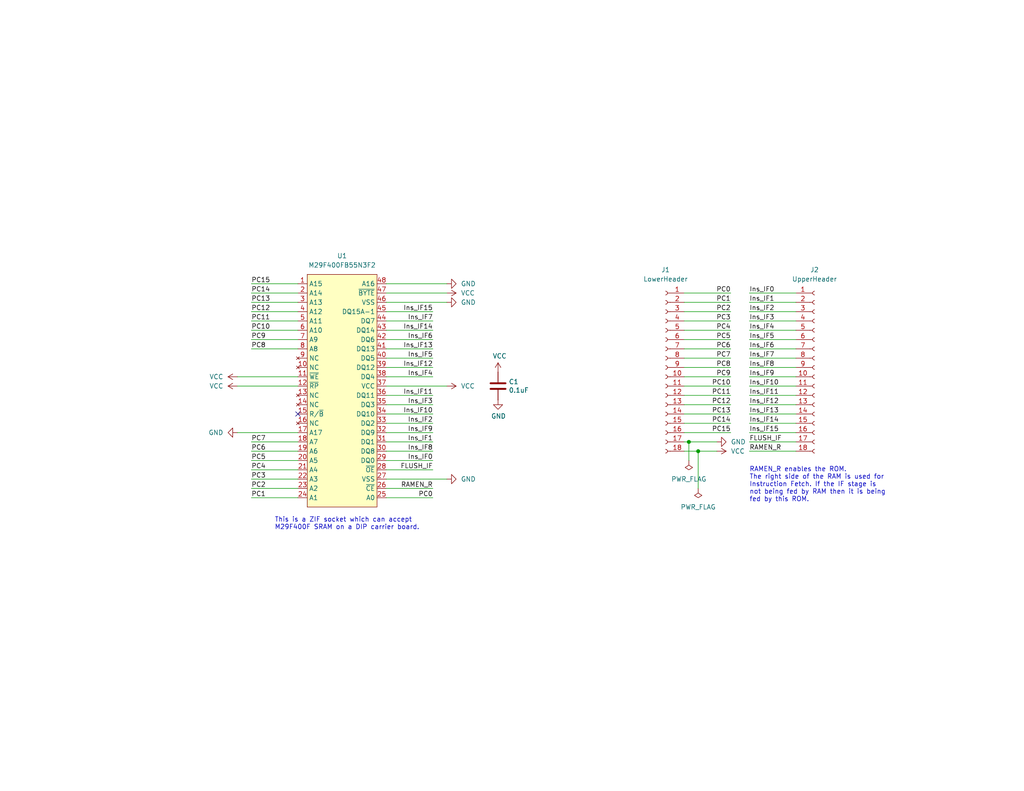
<source format=kicad_sch>
(kicad_sch (version 20230121) (generator eeschema)
  (paper "USLetter")
  (title_block (title "Turtle16: ROM ZIF Daughter Board") (date "2023-11-25") (rev "A") (comment 4 "Daughter board with ZIF socket for a M29F400FB NOR Flash on a DIP adapter board"))
  (lib_symbols
    (symbol "Connector:Conn_01x18_Socket" (pin_names (offset 1.016) hide)
      (property "Reference" "J" (at 0 22.86 0))
      (property "Value" "Conn_01x18_Socket" (at 0 -25.4 0))
      (symbol "Conn_01x18_Socket_1_1"
        (arc (start 0 -22.352) (mid -0.5058 -22.86) (end 0 -23.368) (stroke (width 0.1524)))
        (arc (start 0 -19.812) (mid -0.5058 -20.32) (end 0 -20.828) (stroke (width 0.1524)))
        (arc (start 0 -17.272) (mid -0.5058 -17.78) (end 0 -18.288) (stroke (width 0.1524)))
        (arc (start 0 -14.732) (mid -0.5058 -15.24) (end 0 -15.748) (stroke (width 0.1524)))
        (arc (start 0 -12.192) (mid -0.5058 -12.7) (end 0 -13.208) (stroke (width 0.1524)))
        (arc (start 0 -9.652) (mid -0.5058 -10.16) (end 0 -10.668) (stroke (width 0.1524)))
        (arc (start 0 -7.112) (mid -0.5058 -7.62) (end 0 -8.128) (stroke (width 0.1524)))
        (arc (start 0 -4.572) (mid -0.5058 -5.08) (end 0 -5.588) (stroke (width 0.1524)))
        (arc (start 0 -2.032) (mid -0.5058 -2.54) (end 0 -3.048) (stroke (width 0.1524)))
        (polyline (pts (xy -1.27 -22.86) (xy -0.508 -22.86)) (stroke (width 0.1524)))
        (polyline (pts (xy -1.27 -20.32) (xy -0.508 -20.32)) (stroke (width 0.1524)))
        (polyline (pts (xy -1.27 -17.78) (xy -0.508 -17.78)) (stroke (width 0.1524)))
        (polyline (pts (xy -1.27 -15.24) (xy -0.508 -15.24)) (stroke (width 0.1524)))
        (polyline (pts (xy -1.27 -12.7) (xy -0.508 -12.7)) (stroke (width 0.1524)))
        (polyline (pts (xy -1.27 -10.16) (xy -0.508 -10.16)) (stroke (width 0.1524)))
        (polyline (pts (xy -1.27 -7.62) (xy -0.508 -7.62)) (stroke (width 0.1524)))
        (polyline (pts (xy -1.27 -5.08) (xy -0.508 -5.08)) (stroke (width 0.1524)))
        (polyline (pts (xy -1.27 -2.54) (xy -0.508 -2.54)) (stroke (width 0.1524)))
        (polyline (pts (xy -1.27 0) (xy -0.508 0)) (stroke (width 0.1524)))
        (polyline (pts (xy -1.27 2.54) (xy -0.508 2.54)) (stroke (width 0.1524)))
        (polyline (pts (xy -1.27 5.08) (xy -0.508 5.08)) (stroke (width 0.1524)))
        (polyline (pts (xy -1.27 7.62) (xy -0.508 7.62)) (stroke (width 0.1524)))
        (polyline (pts (xy -1.27 10.16) (xy -0.508 10.16)) (stroke (width 0.1524)))
        (polyline (pts (xy -1.27 12.7) (xy -0.508 12.7)) (stroke (width 0.1524)))
        (polyline (pts (xy -1.27 15.24) (xy -0.508 15.24)) (stroke (width 0.1524)))
        (polyline (pts (xy -1.27 17.78) (xy -0.508 17.78)) (stroke (width 0.1524)))
        (polyline (pts (xy -1.27 20.32) (xy -0.508 20.32)) (stroke (width 0.1524)))
        (arc (start 0 0.508) (mid -0.5058 0) (end 0 -0.508) (stroke (width 0.1524)))
        (arc (start 0 3.048) (mid -0.5058 2.54) (end 0 2.032) (stroke (width 0.1524)))
        (arc (start 0 5.588) (mid -0.5058 5.08) (end 0 4.572) (stroke (width 0.1524)))
        (arc (start 0 8.128) (mid -0.5058 7.62) (end 0 7.112) (stroke (width 0.1524)))
        (arc (start 0 10.668) (mid -0.5058 10.16) (end 0 9.652) (stroke (width 0.1524)))
        (arc (start 0 13.208) (mid -0.5058 12.7) (end 0 12.192) (stroke (width 0.1524)))
        (arc (start 0 15.748) (mid -0.5058 15.24) (end 0 14.732) (stroke (width 0.1524)))
        (arc (start 0 18.288) (mid -0.5058 17.78) (end 0 17.272) (stroke (width 0.1524)))
        (arc (start 0 20.828) (mid -0.5058 20.32) (end 0 19.812) (stroke (width 0.1524)))
        (pin passive line (at -5.08 20.32 0) (length 3.81) (name "Pin_1") (number "1"))
        (pin passive line (at -5.08 -2.54 0) (length 3.81) (name "Pin_10") (number "10"))
        (pin passive line (at -5.08 -5.08 0) (length 3.81) (name "Pin_11") (number "11"))
        (pin passive line (at -5.08 -7.62 0) (length 3.81) (name "Pin_12") (number "12"))
        (pin passive line (at -5.08 -10.16 0) (length 3.81) (name "Pin_13") (number "13"))
        (pin passive line (at -5.08 -12.7 0) (length 3.81) (name "Pin_14") (number "14"))
        (pin passive line (at -5.08 -15.24 0) (length 3.81) (name "Pin_15") (number "15"))
        (pin passive line (at -5.08 -17.78 0) (length 3.81) (name "Pin_16") (number "16"))
        (pin passive line (at -5.08 -20.32 0) (length 3.81) (name "Pin_17") (number "17"))
        (pin passive line (at -5.08 -22.86 0) (length 3.81) (name "Pin_18") (number "18"))
        (pin passive line (at -5.08 17.78 0) (length 3.81) (name "Pin_2") (number "2"))
        (pin passive line (at -5.08 15.24 0) (length 3.81) (name "Pin_3") (number "3"))
        (pin passive line (at -5.08 12.7 0) (length 3.81) (name "Pin_4") (number "4"))
        (pin passive line (at -5.08 10.16 0) (length 3.81) (name "Pin_5") (number "5"))
        (pin passive line (at -5.08 7.62 0) (length 3.81) (name "Pin_6") (number "6"))
        (pin passive line (at -5.08 5.08 0) (length 3.81) (name "Pin_7") (number "7"))
        (pin passive line (at -5.08 2.54 0) (length 3.81) (name "Pin_8") (number "8"))
        (pin passive line (at -5.08 0 0) (length 3.81) (name "Pin_9") (number "9"))
      )
    )
    (symbol "Device:C" (pin_numbers hide) (pin_names (offset 0.254))
      (property "Reference" "C" (at 0.635 2.54 0))
      (property "Value" "C" (at 0.635 -2.54 0))
      (symbol "C_0_1"
        (polyline (pts (xy -2.032 -0.762) (xy 2.032 -0.762)) (stroke (width 0.508)))
        (polyline (pts (xy -2.032 0.762) (xy 2.032 0.762)) (stroke (width 0.508)))
      )
      (symbol "C_1_1"
        (pin passive line (at 0 3.81 270) (length 2.794) (name "~") (number "1"))
        (pin passive line (at 0 -3.81 90) (length 2.794) (name "~") (number "2"))
      )
    )
    (symbol "Memory_Flash:M29F400FB55N3F2"
      (property "Reference" "U" (at 0 30.48 0))
      (property "Value" "M29F400FB55N3F2" (at 0 -2.54 90))
      (symbol "M29F400FB55N3F2_1_1"
        (rectangle (start -8.89 29.21) (end 10.16 -34.29) (fill (type background)))
        (pin input line (at -11.43 26.67 0) (length 2.54) (name "A15") (number "1"))
        (pin no_connect line (at -11.43 3.81 0) (length 2.54) (name "NC") (number "10"))
        (pin input line (at -11.43 1.27 0) (length 2.54) (name "~{WE}") (number "11"))
        (pin input line (at -11.43 -1.27 0) (length 2.54) (name "~{RP}") (number "12"))
        (pin no_connect line (at -11.43 -3.81 0) (length 2.54) (name "NC") (number "13"))
        (pin no_connect line (at -11.43 -6.35 0) (length 2.54) (name "NC") (number "14"))
        (pin open_collector line (at -11.43 -8.89 0) (length 2.54) (name "R/~{B}") (number "15"))
        (pin no_connect line (at -11.43 -11.43 0) (length 2.54) (name "NC") (number "16"))
        (pin input line (at -11.43 -13.97 0) (length 2.54) (name "A17") (number "17"))
        (pin input line (at -11.43 -16.51 0) (length 2.54) (name "A7") (number "18"))
        (pin input line (at -11.43 -19.05 0) (length 2.54) (name "A6") (number "19"))
        (pin input line (at -11.43 24.13 0) (length 2.54) (name "A14") (number "2"))
        (pin input line (at -11.43 -21.59 0) (length 2.54) (name "A5") (number "20"))
        (pin input line (at -11.43 -24.13 0) (length 2.54) (name "A4") (number "21"))
        (pin input line (at -11.43 -26.67 0) (length 2.54) (name "A3") (number "22"))
        (pin input line (at -11.43 -29.21 0) (length 2.54) (name "A2") (number "23"))
        (pin input line (at -11.43 -31.75 0) (length 2.54) (name "A1") (number "24"))
        (pin input line (at 12.7 -31.75 180) (length 2.54) (name "A0") (number "25"))
        (pin input line (at 12.7 -29.21 180) (length 2.54) (name "~{CE}") (number "26"))
        (pin power_in line (at 12.7 -26.67 180) (length 2.54) (name "VSS") (number "27"))
        (pin input line (at 12.7 -24.13 180) (length 2.54) (name "~{OE}") (number "28"))
        (pin input line (at 12.7 -21.59 180) (length 2.54) (name "DQ0") (number "29"))
        (pin input line (at -11.43 21.59 0) (length 2.54) (name "A13") (number "3"))
        (pin input line (at 12.7 -19.05 180) (length 2.54) (name "DQ8") (number "30"))
        (pin input line (at 12.7 -16.51 180) (length 2.54) (name "DQ1") (number "31"))
        (pin input line (at 12.7 -13.97 180) (length 2.54) (name "DQ9") (number "32"))
        (pin input line (at 12.7 -11.43 180) (length 2.54) (name "DQ2") (number "33"))
        (pin input line (at 12.7 -8.89 180) (length 2.54) (name "DQ10") (number "34"))
        (pin input line (at 12.7 -6.35 180) (length 2.54) (name "DQ3") (number "35"))
        (pin input line (at 12.7 -3.81 180) (length 2.54) (name "DQ11") (number "36"))
        (pin power_in line (at 12.7 -1.27 180) (length 2.54) (name "VCC") (number "37"))
        (pin input line (at 12.7 1.27 180) (length 2.54) (name "DQ4") (number "38"))
        (pin input line (at 12.7 3.81 180) (length 2.54) (name "DQ12") (number "39"))
        (pin input line (at -11.43 19.05 0) (length 2.54) (name "A12") (number "4"))
        (pin input line (at 12.7 6.35 180) (length 2.54) (name "DQ5") (number "40"))
        (pin input line (at 12.7 8.89 180) (length 2.54) (name "DQ13") (number "41"))
        (pin input line (at 12.7 11.43 180) (length 2.54) (name "DQ6") (number "42"))
        (pin input line (at 12.7 13.97 180) (length 2.54) (name "DQ14") (number "43"))
        (pin input line (at 12.7 16.51 180) (length 2.54) (name "DQ7") (number "44"))
        (pin input line (at 12.7 19.05 180) (length 2.54) (name "DQ15A-1") (number "45"))
        (pin power_in line (at 12.7 21.59 180) (length 2.54) (name "VSS") (number "46"))
        (pin input line (at 12.7 24.13 180) (length 2.54) (name "~{BYTE}") (number "47"))
        (pin input line (at 12.7 26.67 180) (length 2.54) (name "A16") (number "48"))
        (pin input line (at -11.43 16.51 0) (length 2.54) (name "A11") (number "5"))
        (pin input line (at -11.43 13.97 0) (length 2.54) (name "A10") (number "6"))
        (pin input line (at -11.43 11.43 0) (length 2.54) (name "A9") (number "7"))
        (pin input line (at -11.43 8.89 0) (length 2.54) (name "A8") (number "8"))
        (pin no_connect line (at -11.43 6.35 0) (length 2.54) (name "NC") (number "9"))
      )
    )
    (symbol "power:GND" (power) (pin_names (offset 0))
      (property "Value" "GND" (at 0 -3.81 0))
      (symbol "GND_0_1"
        (polyline (pts (xy 0 0) (xy 0 -1.27) (xy 1.27 -1.27) (xy 0 -2.54) (xy -1.27 -1.27) (xy 0 -1.27)))
      )
      (symbol "GND_1_1"
        (pin power_in line (at 0 0 270) (length 0) hide (name "GND") (number "1"))
      )
    )
    (symbol "power:PWR_FLAG" (power) (pin_numbers hide) (pin_names (offset 0) hide)
      (property "Value" "PWR_FLAG" (at 0 3.81 0))
      (symbol "PWR_FLAG_0_0"
        (pin power_out line (at 0 0 90) (length 0) (name "pwr") (number "1"))
      )
      (symbol "PWR_FLAG_0_1"
        (polyline (pts (xy 0 0) (xy 0 1.27) (xy -1.016 1.905) (xy 0 2.54) (xy 1.016 1.905) (xy 0 1.27)))
      )
    )
    (symbol "power:VCC" (power) (pin_names (offset 0))
      (property "Value" "VCC" (at 0 3.81 0))
      (symbol "VCC_0_1"
        (polyline (pts (xy -0.762 1.27) (xy 0 2.54)))
        (polyline (pts (xy 0 0) (xy 0 2.54)))
        (polyline (pts (xy 0 2.54) (xy 0.762 1.27)))
      )
      (symbol "VCC_1_1"
        (pin power_in line (at 0 0 90) (length 0) hide (name "VCC") (number "1"))
      )
    )
  )
  (junction (at 190.5 123.19))
  (junction (at 187.96 120.65))
  (no_connect (at 81.28 113.03))
  (wire (pts (xy 204.47 82.55) (xy 217.17 82.55)))
  (wire (pts (xy 204.47 120.65) (xy 217.17 120.65)))
  (wire (pts (xy 118.11 128.27) (xy 105.41 128.27)))
  (wire (pts (xy 199.39 80.01) (xy 186.69 80.01)))
  (wire (pts (xy 81.28 118.11) (xy 64.77 118.11)))
  (wire (pts (xy 68.58 130.81) (xy 81.28 130.81)))
  (wire (pts (xy 118.11 92.71) (xy 105.41 92.71)))
  (wire (pts (xy 204.47 123.19) (xy 217.17 123.19)))
  (wire (pts (xy 199.39 82.55) (xy 186.69 82.55)))
  (wire (pts (xy 118.11 110.49) (xy 105.41 110.49)))
  (wire (pts (xy 204.47 115.57) (xy 217.17 115.57)))
  (wire (pts (xy 199.39 115.57) (xy 186.69 115.57)))
  (wire (pts (xy 68.58 120.65) (xy 81.28 120.65)))
  (wire (pts (xy 204.47 100.33) (xy 217.17 100.33)))
  (wire (pts (xy 199.39 85.09) (xy 186.69 85.09)))
  (wire (pts (xy 204.47 107.95) (xy 217.17 107.95)))
  (wire (pts (xy 199.39 87.63) (xy 186.69 87.63)))
  (wire (pts (xy 204.47 118.11) (xy 217.17 118.11)))
  (wire (pts (xy 118.11 118.11) (xy 105.41 118.11)))
  (wire (pts (xy 204.47 110.49) (xy 217.17 110.49)))
  (wire (pts (xy 195.58 120.65) (xy 187.96 120.65)))
  (wire (pts (xy 118.11 102.87) (xy 105.41 102.87)))
  (wire (pts (xy 105.41 105.41) (xy 121.92 105.41)))
  (wire (pts (xy 118.11 90.17) (xy 105.41 90.17)))
  (wire (pts (xy 204.47 102.87) (xy 217.17 102.87)))
  (wire (pts (xy 68.58 123.19) (xy 81.28 123.19)))
  (wire (pts (xy 190.5 123.19) (xy 186.69 123.19)))
  (wire (pts (xy 68.58 90.17) (xy 81.28 90.17)))
  (wire (pts (xy 204.47 95.25) (xy 217.17 95.25)))
  (wire (pts (xy 118.11 100.33) (xy 105.41 100.33)))
  (wire (pts (xy 118.11 133.35) (xy 105.41 133.35)))
  (wire (pts (xy 204.47 92.71) (xy 217.17 92.71)))
  (wire (pts (xy 199.39 110.49) (xy 186.69 110.49)))
  (wire (pts (xy 190.5 123.19) (xy 190.5 133.35)))
  (wire (pts (xy 68.58 85.09) (xy 81.28 85.09)))
  (wire (pts (xy 199.39 107.95) (xy 186.69 107.95)))
  (wire (pts (xy 118.11 115.57) (xy 105.41 115.57)))
  (wire (pts (xy 118.11 113.03) (xy 105.41 113.03)))
  (wire (pts (xy 199.39 90.17) (xy 186.69 90.17)))
  (wire (pts (xy 204.47 87.63) (xy 217.17 87.63)))
  (wire (pts (xy 204.47 85.09) (xy 217.17 85.09)))
  (wire (pts (xy 105.41 80.01) (xy 121.92 80.01)))
  (wire (pts (xy 118.11 135.89) (xy 105.41 135.89)))
  (wire (pts (xy 195.58 123.19) (xy 190.5 123.19)))
  (wire (pts (xy 118.11 107.95) (xy 105.41 107.95)))
  (wire (pts (xy 105.41 77.47) (xy 121.92 77.47)))
  (wire (pts (xy 68.58 125.73) (xy 81.28 125.73)))
  (wire (pts (xy 199.39 97.79) (xy 186.69 97.79)))
  (wire (pts (xy 118.11 87.63) (xy 105.41 87.63)))
  (wire (pts (xy 68.58 92.71) (xy 81.28 92.71)))
  (wire (pts (xy 81.28 102.87) (xy 64.77 102.87)))
  (wire (pts (xy 204.47 90.17) (xy 217.17 90.17)))
  (wire (pts (xy 204.47 97.79) (xy 217.17 97.79)))
  (wire (pts (xy 81.28 105.41) (xy 64.77 105.41)))
  (wire (pts (xy 68.58 82.55) (xy 81.28 82.55)))
  (wire (pts (xy 199.39 100.33) (xy 186.69 100.33)))
  (wire (pts (xy 199.39 105.41) (xy 186.69 105.41)))
  (wire (pts (xy 199.39 102.87) (xy 186.69 102.87)))
  (wire (pts (xy 105.41 82.55) (xy 121.92 82.55)))
  (wire (pts (xy 204.47 113.03) (xy 217.17 113.03)))
  (wire (pts (xy 118.11 95.25) (xy 105.41 95.25)))
  (wire (pts (xy 199.39 95.25) (xy 186.69 95.25)))
  (wire (pts (xy 199.39 113.03) (xy 186.69 113.03)))
  (wire (pts (xy 68.58 95.25) (xy 81.28 95.25)))
  (wire (pts (xy 199.39 92.71) (xy 186.69 92.71)))
  (wire (pts (xy 68.58 87.63) (xy 81.28 87.63)))
  (wire (pts (xy 187.96 120.65) (xy 187.96 125.73)))
  (wire (pts (xy 118.11 97.79) (xy 105.41 97.79)))
  (wire (pts (xy 68.58 77.47) (xy 81.28 77.47)))
  (wire (pts (xy 118.11 125.73) (xy 105.41 125.73)))
  (wire (pts (xy 187.96 120.65) (xy 186.69 120.65)))
  (wire (pts (xy 68.58 135.89) (xy 81.28 135.89)))
  (wire (pts (xy 68.58 80.01) (xy 81.28 80.01)))
  (wire (pts (xy 105.41 130.81) (xy 121.92 130.81)))
  (wire (pts (xy 118.11 120.65) (xy 105.41 120.65)))
  (wire (pts (xy 204.47 80.01) (xy 217.17 80.01)))
  (wire (pts (xy 204.47 105.41) (xy 217.17 105.41)))
  (wire (pts (xy 68.58 128.27) (xy 81.28 128.27)))
  (wire (pts (xy 118.11 85.09) (xy 105.41 85.09)))
  (wire (pts (xy 199.39 118.11) (xy 186.69 118.11)))
  (wire (pts (xy 118.11 123.19) (xy 105.41 123.19)))
  (wire (pts (xy 68.58 133.35) (xy 81.28 133.35)))
  (text "RAMEN_R enables the ROM.\nThe right side of the RAM is used for\nInstruction Fetch. If the IF stage is\nnot being fed by RAM then it is being\nfed by this ROM." (at 204.47 137.16 0) (effects (font (size 1.27 1.27)) (justify left bottom)))
  (text "This is a ZIF socket which can accept\nM29F400F SRAM on a DIP carrier board." (at 74.93 144.78 0) (effects (font (size 1.27 1.27)) (justify left bottom)))
  (label "PC11" (at 68.58 87.63 0))
  (label "Ins_IF9" (at 204.47 102.87 0))
  (label "Ins_IF5" (at 204.47 92.71 0))
  (label "PC14" (at 199.39 115.57 180))
  (label "Ins_IF3" (at 118.11 110.49 180))
  (label "PC10" (at 199.39 105.41 180))
  (label "Ins_IF13" (at 118.11 95.25 180))
  (label "PC8" (at 199.39 100.33 180))
  (label "PC10" (at 68.58 90.17 0))
  (label "PC3" (at 68.58 130.81 0))
  (label "Ins_IF14" (at 204.47 115.57 0))
  (label "Ins_IF13" (at 204.47 113.03 0))
  (label "PC15" (at 68.58 77.47 0))
  (label "PC13" (at 68.58 82.55 0))
  (label "Ins_IF12" (at 204.47 110.49 0))
  (label "PC6" (at 68.58 123.19 0))
  (label "Ins_IF12" (at 118.11 100.33 180))
  (label "PC5" (at 199.39 92.71 180))
  (label "Ins_IF9" (at 118.11 118.11 180))
  (label "PC1" (at 68.58 135.89 0))
  (label "PC4" (at 68.58 128.27 0))
  (label "Ins_IF0" (at 118.11 125.73 180))
  (label "PC5" (at 68.58 125.73 0))
  (label "Ins_IF4" (at 204.47 90.17 0))
  (label "RAMEN_R" (at 204.47 123.19 0))
  (label "Ins_IF14" (at 118.11 90.17 180))
  (label "Ins_IF15" (at 118.11 85.09 180))
  (label "PC13" (at 199.39 113.03 180))
  (label "Ins_IF11" (at 118.11 107.95 180))
  (label "Ins_IF2" (at 204.47 85.09 0))
  (label "PC0" (at 118.11 135.89 180))
  (label "Ins_IF7" (at 204.47 97.79 0))
  (label "Ins_IF8" (at 204.47 100.33 0))
  (label "Ins_IF6" (at 204.47 95.25 0))
  (label "FLUSH_IF" (at 118.11 128.27 180))
  (label "Ins_IF4" (at 118.11 102.87 180))
  (label "Ins_IF10" (at 118.11 113.03 180))
  (label "Ins_IF8" (at 118.11 123.19 180))
  (label "FLUSH_IF" (at 204.47 120.65 0))
  (label "PC1" (at 199.39 82.55 180))
  (label "PC8" (at 68.58 95.25 0))
  (label "Ins_IF6" (at 118.11 92.71 180))
  (label "Ins_IF10" (at 204.47 105.41 0))
  (label "PC12" (at 199.39 110.49 180))
  (label "Ins_IF3" (at 204.47 87.63 0))
  (label "PC7" (at 68.58 120.65 0))
  (label "Ins_IF0" (at 204.47 80.01 0))
  (label "PC7" (at 199.39 97.79 180))
  (label "Ins_IF1" (at 204.47 82.55 0))
  (label "PC12" (at 68.58 85.09 0))
  (label "Ins_IF11" (at 204.47 107.95 0))
  (label "PC3" (at 199.39 87.63 180))
  (label "Ins_IF7" (at 118.11 87.63 180))
  (label "Ins_IF1" (at 118.11 120.65 180))
  (label "PC14" (at 68.58 80.01 0))
  (label "PC2" (at 199.39 85.09 180))
  (label "PC4" (at 199.39 90.17 180))
  (label "Ins_IF5" (at 118.11 97.79 180))
  (label "PC15" (at 199.39 118.11 180))
  (label "Ins_IF2" (at 118.11 115.57 180))
  (label "PC0" (at 199.39 80.01 180))
  (label "PC11" (at 199.39 107.95 180))
  (label "RAMEN_R" (at 118.11 133.35 180))
  (label "PC2" (at 68.58 133.35 0))
  (label "PC9" (at 199.39 102.87 180))
  (label "PC9" (at 68.58 92.71 0))
  (label "Ins_IF15" (at 204.47 118.11 0))
  (label "PC6" (at 199.39 95.25 180))
  (symbol (lib_id "power:VCC") (at 135.89 101.6 0) (unit 1)
    (property "Reference" "#PWR09" (effects hide))
    (property "Value" "VCC" (at 136.3218 97.2058 0))
  )
  (symbol (lib_id "Memory_Flash:M29F400FB55N3F2") (at 92.71 104.14 0) (unit 1)
    (property "Reference" "U1" (at 93.345 69.85 0))
    (property "Value" "M29F400FB55N3F2" (at 93.345 72.39 0))
    (property "Footprint" "Package_DIP:DIP-48_W15.24mm_Socket" (effects hide))
    (property "Datasheet" "https://www.alliancememory.com/wp-content/uploads/pdf/micron/M29FxxFT_FB.pdf" (effects hide))
    (property "Mouser" "https://www.mouser.com/ProductDetail/913-M29F400FB55N3F2" (effects hide))
    (property "Manufacturer" "Aries Electronics" (effects hide))
    (property "Manufacturer#" "48-6554-10" (effects hide))
    (property "Mouser#" "535-48-6554-10" (effects hide))
    (property "Digikey#" "A308-ND" (effects hide))
  )
  (symbol (lib_id "power:GND") (at 121.92 130.81 90) (unit 1)
    (property "Reference" "#PWR03" (effects hide))
    (property "Value" "GND" (at 125.73 130.81 90) (effects (justify right)))
  )
  (symbol (lib_id "power:VCC") (at 121.92 80.01 270) (unit 1)
    (property "Reference" "#PWR04" (effects hide))
    (property "Value" "VCC" (at 125.73 80.01 90) (effects (justify left)))
  )
  (symbol (lib_id "power:VCC") (at 195.58 123.19 270) (unit 1)
    (property "Reference" "#PWR014" (effects hide))
    (property "Value" "VCC" (at 199.39 123.19 90) (effects (justify left)))
  )
  (symbol (lib_id "Connector:Conn_01x18_Socket") (at 181.61 100.33 0) (mirror y) (unit 1)
    (property "Reference" "J1" (at 181.61 73.66 0))
    (property "Value" "LowerHeader" (at 181.61 76.2 0))
    (property "Footprint" "Connector_PinSocket_2.54mm:PinSocket_1x18_P2.54mm_Vertical" (effects hide))
  )
  (symbol (lib_id "power:GND") (at 121.92 82.55 90) (unit 1)
    (property "Reference" "#PWR02" (effects hide))
    (property "Value" "GND" (at 125.73 82.55 90) (effects (justify right)))
  )
  (symbol (lib_id "power:GND") (at 195.58 120.65 90) (unit 1)
    (property "Reference" "#PWR013" (effects hide))
    (property "Value" "GND" (at 199.39 120.65 90) (effects (justify right)))
  )
  (symbol (lib_id "Connector:Conn_01x18_Socket") (at 222.25 100.33 0) (unit 1)
    (property "Reference" "J2" (at 222.25 73.66 0))
    (property "Value" "UpperHeader" (at 222.25 76.2 0))
    (property "Footprint" "Connector_PinSocket_2.54mm:PinSocket_1x18_P2.54mm_Vertical" (effects hide))
  )
  (symbol (lib_id "power:GND") (at 135.89 109.22 0) (unit 1)
    (property "Reference" "#PWR010" (effects hide))
    (property "Value" "GND" (at 136.017 113.6142 0))
  )
  (symbol (lib_id "power:PWR_FLAG") (at 187.96 125.73 180) (unit 1)
    (property "Reference" "#FLG01" (effects hide))
    (property "Value" "PWR_FLAG" (at 187.96 130.81 0))
  )
  (symbol (lib_id "power:PWR_FLAG") (at 190.5 133.35 180) (unit 1)
    (property "Reference" "#FLG02" (effects hide))
    (property "Value" "PWR_FLAG" (at 190.5 138.43 0))
  )
  (symbol (lib_id "Device:C") (at 135.89 105.41 0) (unit 1)
    (property "Reference" "C1" (at 138.811 104.2416 0) (effects (justify left)))
    (property "Value" "0.1uF" (at 138.811 106.553 0) (effects (justify left)))
    (property "Footprint" "Capacitor_SMD:C_0603_1608Metric" (effects hide))
    (property "Datasheet" "https://www.mouser.com/datasheet/2/396/taiyo_yuden_12132018_mlcc11_hq_e-1510082.pdf" (effects hide))
    (property "Manufacturer" "Taiyo Yuden" (effects hide))
    (property "Manufacturer#" "EMK107B7104KAHT" (effects hide))
    (property "Mouser#" "963-EMK107B7104KAHT" (effects hide))
    (property "Digikey#" "587-6004-1-ND" (effects hide))
  )
  (symbol (lib_id "power:VCC") (at 64.77 102.87 90) (mirror x) (unit 1)
    (property "Reference" "#PWR08" (effects hide))
    (property "Value" "VCC" (at 60.96 102.87 90) (effects (justify left)))
  )
  (symbol (lib_id "power:GND") (at 64.77 118.11 270) (mirror x) (unit 1)
    (property "Reference" "#PWR06" (effects hide))
    (property "Value" "GND" (at 60.96 118.11 90) (effects (justify right)))
  )
  (symbol (lib_id "power:VCC") (at 121.92 105.41 270) (unit 1)
    (property "Reference" "#PWR01" (effects hide))
    (property "Value" "VCC" (at 125.73 105.41 90) (effects (justify left)))
  )
  (symbol (lib_id "power:GND") (at 121.92 77.47 90) (unit 1)
    (property "Reference" "#PWR05" (effects hide))
    (property "Value" "GND" (at 125.73 77.47 90) (effects (justify right)))
  )
  (symbol (lib_id "power:VCC") (at 64.77 105.41 90) (mirror x) (unit 1)
    (property "Reference" "#PWR07" (effects hide))
    (property "Value" "VCC" (at 60.96 105.41 90) (effects (justify left)))
  )
)
</source>
